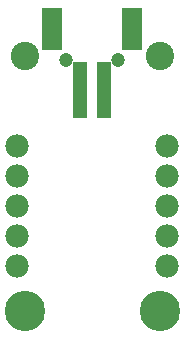
<source format=gbr>
G04 EAGLE Gerber RS-274X export*
G75*
%MOMM*%
%FSLAX34Y34*%
%LPD*%
%INSoldermask Bottom*%
%IPPOS*%
%AMOC8*
5,1,8,0,0,1.08239X$1,22.5*%
G01*
%ADD10C,2.403200*%
%ADD11C,3.419200*%
%ADD12C,1.981200*%
%ADD13C,1.203200*%
%ADD14R,1.203200X4.803200*%
%ADD15R,1.803200X3.603200*%


D10*
X-57150Y114300D03*
X57150Y114300D03*
D11*
X-57150Y-101600D03*
X57150Y-101600D03*
D12*
X-63500Y-63500D03*
X-63500Y-38100D03*
X-63500Y-12700D03*
X-63500Y12700D03*
X63500Y-63500D03*
X63500Y-38100D03*
X63500Y-12700D03*
X63500Y12700D03*
X63500Y38100D03*
X-63500Y38100D03*
D13*
X22000Y110650D03*
X-22000Y110650D03*
D14*
X10000Y84920D03*
X-10000Y84920D03*
D15*
X34000Y136920D03*
X-34000Y136920D03*
M02*

</source>
